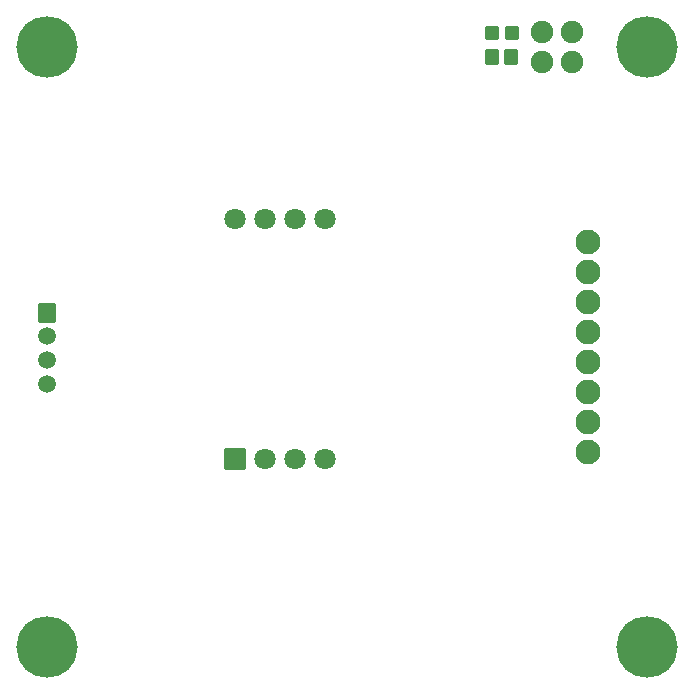
<source format=gts>
G04 Layer: TopSolderMaskLayer*
G04 EasyEDA v6.5.34, 2023-08-21 18:11:39*
G04 2627495fbc544a30b07f086ad93dee0d,5a6b42c53f6a479593ecc07194224c93,10*
G04 Gerber Generator version 0.2*
G04 Scale: 100 percent, Rotated: No, Reflected: No *
G04 Dimensions in millimeters *
G04 leading zeros omitted , absolute positions ,4 integer and 5 decimal *
%FSLAX45Y45*%
%MOMM*%

%AMMACRO1*1,1,$1,$2,$3*1,1,$1,$4,$5*1,1,$1,0-$2,0-$3*1,1,$1,0-$4,0-$5*20,1,$1,$2,$3,$4,$5,0*20,1,$1,$4,$5,0-$2,0-$3,0*20,1,$1,0-$2,0-$3,0-$4,0-$5,0*20,1,$1,0-$4,0-$5,$2,$3,0*4,1,4,$2,$3,$4,$5,0-$2,0-$3,0-$4,0-$5,$2,$3,0*%
%ADD10C,1.8016*%
%ADD11MACRO1,0.1016X-0.85X-0.85X0.85X-0.85*%
%ADD12C,1.5016*%
%ADD13MACRO1,0.1016X0.7X0.762X0.7X-0.762*%
%ADD14MACRO1,0.2032X0.5X-0.55X-0.5X-0.55*%
%ADD15MACRO1,0.2032X-0.45X-0.5X-0.45X0.5*%
%ADD16C,5.2032*%
%ADD17C,2.1016*%
%ADD18C,1.9016*%

%LPD*%
D10*
G01*
X368292Y1029505D03*
G01*
X-393707Y1029505D03*
G01*
X-139707Y1029505D03*
G01*
X114292Y1029505D03*
D11*
G01*
X-393712Y-1002502D03*
D10*
G01*
X-139707Y-1002494D03*
G01*
X114292Y-1002494D03*
G01*
X368292Y-1002494D03*
D12*
G01*
X-1981207Y-362694D03*
G01*
X-1981207Y-162694D03*
G01*
X-1981207Y37304D03*
D13*
G01*
X-1981207Y237299D03*
D14*
G01*
X1786884Y2401105D03*
G01*
X1946884Y2401105D03*
D15*
G01*
X1781883Y2604297D03*
G01*
X1951883Y2604297D03*
D16*
G01*
X-1981207Y2490005D03*
D17*
G01*
X2594373Y-179788D03*
D18*
G01*
X2209792Y2617005D03*
G01*
X2209792Y2363005D03*
G01*
X2463792Y2363005D03*
G01*
X2463792Y2617005D03*
D17*
G01*
X2594373Y-941788D03*
G01*
X2594373Y-687788D03*
G01*
X2594373Y-433788D03*
G01*
X2594373Y74211D03*
G01*
X2594373Y328211D03*
G01*
X2594373Y582211D03*
G01*
X2594373Y836211D03*
D16*
G01*
X-1981207Y-2589994D03*
G01*
X3098792Y-2589994D03*
G01*
X3098792Y2490005D03*
M02*

</source>
